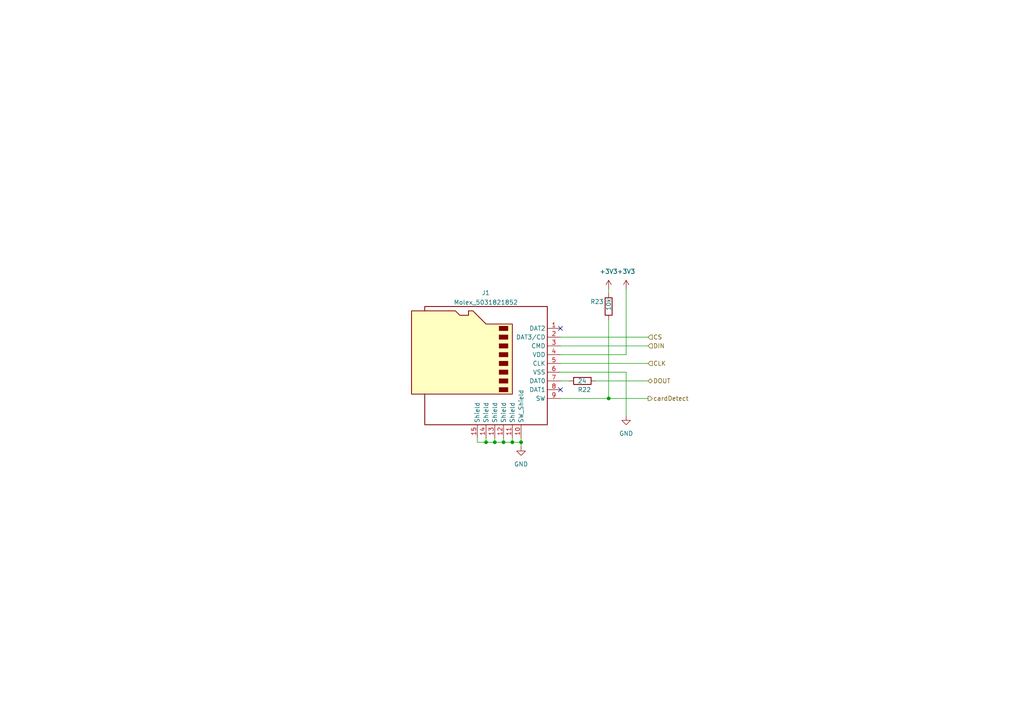
<source format=kicad_sch>
(kicad_sch (version 20230121) (generator eeschema)

  (uuid 24f63551-e66b-46c1-980d-14350df7ec96)

  (paper "A4")

  (lib_symbols
    (symbol "Device:R" (pin_numbers hide) (pin_names (offset 0)) (in_bom yes) (on_board yes)
      (property "Reference" "R" (at 2.032 0 90)
        (effects (font (size 1.27 1.27)))
      )
      (property "Value" "R" (at 0 0 90)
        (effects (font (size 1.27 1.27)))
      )
      (property "Footprint" "" (at -1.778 0 90)
        (effects (font (size 1.27 1.27)) hide)
      )
      (property "Datasheet" "~" (at 0 0 0)
        (effects (font (size 1.27 1.27)) hide)
      )
      (property "ki_keywords" "R res resistor" (at 0 0 0)
        (effects (font (size 1.27 1.27)) hide)
      )
      (property "ki_description" "Resistor" (at 0 0 0)
        (effects (font (size 1.27 1.27)) hide)
      )
      (property "ki_fp_filters" "R_*" (at 0 0 0)
        (effects (font (size 1.27 1.27)) hide)
      )
      (symbol "R_0_1"
        (rectangle (start -1.016 -2.54) (end 1.016 2.54)
          (stroke (width 0.254) (type default))
          (fill (type none))
        )
      )
      (symbol "R_1_1"
        (pin passive line (at 0 3.81 270) (length 1.27)
          (name "~" (effects (font (size 1.27 1.27))))
          (number "1" (effects (font (size 1.27 1.27))))
        )
        (pin passive line (at 0 -3.81 90) (length 1.27)
          (name "~" (effects (font (size 1.27 1.27))))
          (number "2" (effects (font (size 1.27 1.27))))
        )
      )
    )
    (symbol "ThermalMint:Molex_5031821852" (in_bom yes) (on_board yes)
      (property "Reference" "J" (at 38.1 -3.81 0)
        (effects (font (size 1.27 1.27)))
      )
      (property "Value" "Molex_5031821852" (at 34.29 -6.35 0)
        (effects (font (size 1.27 1.27)))
      )
      (property "Footprint" "" (at 0 0 0)
        (effects (font (size 1.27 1.27)) hide)
      )
      (property "Datasheet" "" (at 0 0 0)
        (effects (font (size 1.27 1.27)) hide)
      )
      (symbol "Molex_5031821852_0_1"
        (polyline
          (pts
            (xy 39.37 30.48)
            (xy 39.37 31.75)
            (xy 3.81 31.75)
            (xy 3.81 -2.54)
            (xy 39.37 -2.54)
            (xy 39.37 6.35)
          )
          (stroke (width 0.254) (type default))
          (fill (type none))
        )
        (polyline
          (pts
            (xy 13.97 6.35)
            (xy 13.97 26.67)
            (xy 21.59 26.67)
            (xy 25.4 30.48)
            (xy 26.67 30.48)
            (xy 26.67 29.21)
            (xy 29.21 29.21)
            (xy 30.48 30.48)
            (xy 43.18 30.48)
            (xy 43.18 6.35)
            (xy 13.97 6.35)
          )
          (stroke (width 0.254) (type default))
          (fill (type background))
        )
        (rectangle (start 15.24 8.255) (end 17.78 6.985)
          (stroke (width 0) (type default))
          (fill (type outline))
        )
        (rectangle (start 15.24 10.795) (end 17.78 9.525)
          (stroke (width 0) (type default))
          (fill (type outline))
        )
        (rectangle (start 15.24 13.335) (end 17.78 12.065)
          (stroke (width 0) (type default))
          (fill (type outline))
        )
        (rectangle (start 15.24 15.875) (end 17.78 14.605)
          (stroke (width 0) (type default))
          (fill (type outline))
        )
        (rectangle (start 15.24 18.415) (end 17.78 17.145)
          (stroke (width 0) (type default))
          (fill (type outline))
        )
        (rectangle (start 15.24 20.955) (end 17.78 19.685)
          (stroke (width 0) (type default))
          (fill (type outline))
        )
        (rectangle (start 15.24 23.495) (end 17.78 22.225)
          (stroke (width 0) (type default))
          (fill (type outline))
        )
        (rectangle (start 15.24 26.035) (end 17.78 24.765)
          (stroke (width 0) (type default))
          (fill (type outline))
        )
      )
      (symbol "Molex_5031821852_1_1"
        (pin bidirectional line (at 0 25.4 0) (length 3.81)
          (name "DAT2" (effects (font (size 1.27 1.27))))
          (number "1" (effects (font (size 1.27 1.27))))
        )
        (pin passive line (at 11.43 -6.35 90) (length 3.81)
          (name "SW_Shield" (effects (font (size 1.27 1.27))))
          (number "10" (effects (font (size 1.27 1.27))))
        )
        (pin passive line (at 13.97 -6.35 90) (length 3.81)
          (name "Shield" (effects (font (size 1.27 1.27))))
          (number "11" (effects (font (size 1.27 1.27))))
        )
        (pin passive line (at 16.51 -6.35 90) (length 3.81)
          (name "Shield" (effects (font (size 1.27 1.27))))
          (number "12" (effects (font (size 1.27 1.27))))
        )
        (pin passive line (at 19.05 -6.35 90) (length 3.81)
          (name "Shield" (effects (font (size 1.27 1.27))))
          (number "13" (effects (font (size 1.27 1.27))))
        )
        (pin passive line (at 21.59 -6.35 90) (length 3.81)
          (name "Shield" (effects (font (size 1.27 1.27))))
          (number "14" (effects (font (size 1.27 1.27))))
        )
        (pin passive line (at 24.13 -6.35 90) (length 3.81)
          (name "Shield" (effects (font (size 1.27 1.27))))
          (number "15" (effects (font (size 1.27 1.27))))
        )
        (pin bidirectional line (at 0 22.86 0) (length 3.81)
          (name "DAT3/CD" (effects (font (size 1.27 1.27))))
          (number "2" (effects (font (size 1.27 1.27))))
        )
        (pin input line (at 0 20.32 0) (length 3.81)
          (name "CMD" (effects (font (size 1.27 1.27))))
          (number "3" (effects (font (size 1.27 1.27))))
        )
        (pin power_in line (at 0 17.78 0) (length 3.81)
          (name "VDD" (effects (font (size 1.27 1.27))))
          (number "4" (effects (font (size 1.27 1.27))))
        )
        (pin input line (at 0 15.24 0) (length 3.81)
          (name "CLK" (effects (font (size 1.27 1.27))))
          (number "5" (effects (font (size 1.27 1.27))))
        )
        (pin power_in line (at 0 12.7 0) (length 3.81)
          (name "VSS" (effects (font (size 1.27 1.27))))
          (number "6" (effects (font (size 1.27 1.27))))
        )
        (pin bidirectional line (at 0 10.16 0) (length 3.81)
          (name "DAT0" (effects (font (size 1.27 1.27))))
          (number "7" (effects (font (size 1.27 1.27))))
        )
        (pin bidirectional line (at 0 7.62 0) (length 3.81)
          (name "DAT1" (effects (font (size 1.27 1.27))))
          (number "8" (effects (font (size 1.27 1.27))))
        )
        (pin open_collector line (at 0 5.08 0) (length 3.81)
          (name "SW" (effects (font (size 1.27 1.27))))
          (number "9" (effects (font (size 1.27 1.27))))
        )
      )
    )
    (symbol "power:+3V3" (power) (pin_names (offset 0)) (in_bom yes) (on_board yes)
      (property "Reference" "#PWR" (at 0 -3.81 0)
        (effects (font (size 1.27 1.27)) hide)
      )
      (property "Value" "+3V3" (at 0 3.556 0)
        (effects (font (size 1.27 1.27)))
      )
      (property "Footprint" "" (at 0 0 0)
        (effects (font (size 1.27 1.27)) hide)
      )
      (property "Datasheet" "" (at 0 0 0)
        (effects (font (size 1.27 1.27)) hide)
      )
      (property "ki_keywords" "power-flag" (at 0 0 0)
        (effects (font (size 1.27 1.27)) hide)
      )
      (property "ki_description" "Power symbol creates a global label with name \"+3V3\"" (at 0 0 0)
        (effects (font (size 1.27 1.27)) hide)
      )
      (symbol "+3V3_0_1"
        (polyline
          (pts
            (xy -0.762 1.27)
            (xy 0 2.54)
          )
          (stroke (width 0) (type default))
          (fill (type none))
        )
        (polyline
          (pts
            (xy 0 0)
            (xy 0 2.54)
          )
          (stroke (width 0) (type default))
          (fill (type none))
        )
        (polyline
          (pts
            (xy 0 2.54)
            (xy 0.762 1.27)
          )
          (stroke (width 0) (type default))
          (fill (type none))
        )
      )
      (symbol "+3V3_1_1"
        (pin power_in line (at 0 0 90) (length 0) hide
          (name "+3V3" (effects (font (size 1.27 1.27))))
          (number "1" (effects (font (size 1.27 1.27))))
        )
      )
    )
    (symbol "power:GND" (power) (pin_names (offset 0)) (in_bom yes) (on_board yes)
      (property "Reference" "#PWR" (at 0 -6.35 0)
        (effects (font (size 1.27 1.27)) hide)
      )
      (property "Value" "GND" (at 0 -3.81 0)
        (effects (font (size 1.27 1.27)))
      )
      (property "Footprint" "" (at 0 0 0)
        (effects (font (size 1.27 1.27)) hide)
      )
      (property "Datasheet" "" (at 0 0 0)
        (effects (font (size 1.27 1.27)) hide)
      )
      (property "ki_keywords" "power-flag" (at 0 0 0)
        (effects (font (size 1.27 1.27)) hide)
      )
      (property "ki_description" "Power symbol creates a global label with name \"GND\" , ground" (at 0 0 0)
        (effects (font (size 1.27 1.27)) hide)
      )
      (symbol "GND_0_1"
        (polyline
          (pts
            (xy 0 0)
            (xy 0 -1.27)
            (xy 1.27 -1.27)
            (xy 0 -2.54)
            (xy -1.27 -1.27)
            (xy 0 -1.27)
          )
          (stroke (width 0) (type default))
          (fill (type none))
        )
      )
      (symbol "GND_1_1"
        (pin power_in line (at 0 0 270) (length 0) hide
          (name "GND" (effects (font (size 1.27 1.27))))
          (number "1" (effects (font (size 1.27 1.27))))
        )
      )
    )
  )

  (junction (at 140.97 128.27) (diameter 0) (color 0 0 0 0)
    (uuid 022502e0-e724-4b75-bc35-3c5984dbeb76)
  )
  (junction (at 176.53 115.57) (diameter 0) (color 0 0 0 0)
    (uuid 49fec31e-3712-4229-8142-b191d90a97d0)
  )
  (junction (at 148.59 128.27) (diameter 0) (color 0 0 0 0)
    (uuid 66ca01b3-51ff-4294-9b77-4492e98f6aec)
  )
  (junction (at 143.51 128.27) (diameter 0) (color 0 0 0 0)
    (uuid 9f969b13-1795-4747-8326-93bdc304ed56)
  )
  (junction (at 151.13 128.27) (diameter 0) (color 0 0 0 0)
    (uuid b9d4de74-d246-495d-8b63-12ab2133d6d6)
  )
  (junction (at 146.05 128.27) (diameter 0) (color 0 0 0 0)
    (uuid d655bb0a-cbf9-4908-ad60-7024ff468fbd)
  )

  (no_connect (at 162.56 95.25) (uuid cabeb2a9-2bd1-4eb1-a86f-b499fad67e09))
  (no_connect (at 162.56 113.03) (uuid cabeb2a9-2bd1-4eb1-a86f-b499fad67e0a))

  (wire (pts (xy 151.13 127) (xy 151.13 128.27))
    (stroke (width 0) (type solid))
    (uuid 178102ec-4576-41d7-96ab-271a8ef38478)
  )
  (wire (pts (xy 151.13 128.27) (xy 151.13 129.54))
    (stroke (width 0) (type solid))
    (uuid 178102ec-4576-41d7-96ab-271a8ef38479)
  )
  (wire (pts (xy 176.53 83.82) (xy 176.53 85.09))
    (stroke (width 0) (type default))
    (uuid 26dfcbb4-3956-492e-a52d-a5afed391577)
  )
  (wire (pts (xy 162.56 115.57) (xy 176.53 115.57))
    (stroke (width 0) (type default))
    (uuid 2c0f57f7-121a-4c88-98b0-9368e14dabf8)
  )
  (wire (pts (xy 176.53 115.57) (xy 187.96 115.57))
    (stroke (width 0) (type default))
    (uuid 2c0f57f7-121a-4c88-98b0-9368e14dabf9)
  )
  (wire (pts (xy 162.56 105.41) (xy 187.96 105.41))
    (stroke (width 0) (type solid))
    (uuid 4bc59947-5278-4441-83f4-b94593cae147)
  )
  (wire (pts (xy 146.05 127) (xy 146.05 128.27))
    (stroke (width 0) (type solid))
    (uuid 70899172-b7b6-49b0-b459-0bd90e2902eb)
  )
  (wire (pts (xy 176.53 92.71) (xy 176.53 115.57))
    (stroke (width 0) (type default))
    (uuid 9a095baa-cae1-4764-9890-70b6dc2d9ce0)
  )
  (wire (pts (xy 146.05 128.27) (xy 143.51 128.27))
    (stroke (width 0) (type solid))
    (uuid a333ac93-fdd5-483e-823d-44590dc4842a)
  )
  (wire (pts (xy 143.51 128.27) (xy 140.97 128.27))
    (stroke (width 0) (type solid))
    (uuid a333ac93-fdd5-483e-823d-44590dc4842b)
  )
  (wire (pts (xy 151.13 128.27) (xy 148.59 128.27))
    (stroke (width 0) (type solid))
    (uuid a333ac93-fdd5-483e-823d-44590dc4842c)
  )
  (wire (pts (xy 148.59 128.27) (xy 146.05 128.27))
    (stroke (width 0) (type solid))
    (uuid a333ac93-fdd5-483e-823d-44590dc4842d)
  )
  (wire (pts (xy 138.43 128.27) (xy 138.43 127))
    (stroke (width 0) (type solid))
    (uuid a333ac93-fdd5-483e-823d-44590dc4842e)
  )
  (wire (pts (xy 140.97 128.27) (xy 138.43 128.27))
    (stroke (width 0) (type solid))
    (uuid a333ac93-fdd5-483e-823d-44590dc4842f)
  )
  (wire (pts (xy 162.56 100.33) (xy 187.96 100.33))
    (stroke (width 0) (type solid))
    (uuid ae697ed6-98b3-4b07-9089-077888f0b326)
  )
  (wire (pts (xy 181.61 107.95) (xy 181.61 120.65))
    (stroke (width 0) (type solid))
    (uuid bbc0d681-c194-48a8-b0f5-e106ece17c50)
  )
  (wire (pts (xy 162.56 107.95) (xy 181.61 107.95))
    (stroke (width 0) (type solid))
    (uuid bbc0d681-c194-48a8-b0f5-e106ece17c51)
  )
  (wire (pts (xy 140.97 127) (xy 140.97 128.27))
    (stroke (width 0) (type solid))
    (uuid d21e5838-3ac1-49f7-a681-fa7071a7ea49)
  )
  (wire (pts (xy 162.56 97.79) (xy 187.96 97.79))
    (stroke (width 0) (type solid))
    (uuid d3a181ad-4243-404b-8dc7-4a5a3203528a)
  )
  (wire (pts (xy 143.51 127) (xy 143.51 128.27))
    (stroke (width 0) (type solid))
    (uuid d6af2ca5-f0a4-4f03-a031-2ea2d64faca9)
  )
  (wire (pts (xy 162.56 110.49) (xy 165.1 110.49))
    (stroke (width 0) (type solid))
    (uuid d8610b93-2c95-4f86-a437-4ca1d77c991c)
  )
  (wire (pts (xy 172.72 110.49) (xy 187.96 110.49))
    (stroke (width 0) (type solid))
    (uuid d8610b93-2c95-4f86-a437-4ca1d77c991d)
  )
  (wire (pts (xy 181.61 102.87) (xy 181.61 83.82))
    (stroke (width 0) (type solid))
    (uuid d8c2a75f-87f5-4bfb-879a-3894b1ac8869)
  )
  (wire (pts (xy 162.56 102.87) (xy 181.61 102.87))
    (stroke (width 0) (type solid))
    (uuid d8c2a75f-87f5-4bfb-879a-3894b1ac886a)
  )
  (wire (pts (xy 148.59 127) (xy 148.59 128.27))
    (stroke (width 0) (type solid))
    (uuid f142ac5f-6914-48b8-9536-b53d356e170a)
  )

  (hierarchical_label "CLK" (shape input) (at 187.96 105.41 0) (fields_autoplaced)
    (effects (font (size 1.27 1.27)) (justify left))
    (uuid 1f0af9cc-1b4e-4b78-96c0-d120fe7b2f73)
  )
  (hierarchical_label "cardDetect" (shape output) (at 187.96 115.57 0) (fields_autoplaced)
    (effects (font (size 1.27 1.27)) (justify left))
    (uuid 60a5ba8d-3e06-42aa-9c6b-d32921d5bf95)
  )
  (hierarchical_label "CS" (shape input) (at 187.96 97.79 0) (fields_autoplaced)
    (effects (font (size 1.27 1.27)) (justify left))
    (uuid 6fe98338-5a27-43ce-a3f6-ab0db55a3c99)
  )
  (hierarchical_label "DIN" (shape input) (at 187.96 100.33 0) (fields_autoplaced)
    (effects (font (size 1.27 1.27)) (justify left))
    (uuid 748bc6eb-d16a-447c-8405-9f30b8fedb3b)
  )
  (hierarchical_label "DOUT" (shape tri_state) (at 187.96 110.49 0) (fields_autoplaced)
    (effects (font (size 1.27 1.27)) (justify left))
    (uuid e13105f0-6b0f-48f9-9b24-a14bd11f1cde)
  )

  (symbol (lib_id "Device:R") (at 176.53 88.9 0) (unit 1)
    (in_bom yes) (on_board yes) (dnp no)
    (uuid 0f022fca-f0c8-4326-98bd-b2643c2434c3)
    (property "Reference" "R23" (at 171.196 87.503 0)
      (effects (font (size 1.27 1.27)) (justify left))
    )
    (property "Value" "10k" (at 176.53 90.1699 90)
      (effects (font (size 1.27 1.27)) (justify left))
    )
    (property "Footprint" "Resistor_SMD:R_0603_1608Metric_Pad0.98x0.95mm_HandSolder" (at 174.752 88.9 90)
      (effects (font (size 1.27 1.27)) hide)
    )
    (property "Datasheet" "~" (at 176.53 88.9 0)
      (effects (font (size 1.27 1.27)) hide)
    )
    (pin "1" (uuid bbfc182f-b914-4a00-aa81-d9ce91d03579))
    (pin "2" (uuid ef3f66cf-f3fe-4c0e-9f78-1ff1382b5300))
    (instances
      (project "Thermal-Mint-HW"
        (path "/7dad3818-f54b-4af4-a4f7-79b6852b1ec8/83b0ef99-b7dd-4e99-962a-68a30f40fb59"
          (reference "R23") (unit 1)
        )
      )
    )
  )

  (symbol (lib_id "power:+3V3") (at 181.61 83.82 0) (unit 1)
    (in_bom yes) (on_board yes) (dnp no) (fields_autoplaced)
    (uuid 0f9416dd-1cae-4142-8a5f-f0697705f1ce)
    (property "Reference" "#PWR024" (at 181.61 87.63 0)
      (effects (font (size 1.27 1.27)) hide)
    )
    (property "Value" "+3V3" (at 181.61 78.74 0)
      (effects (font (size 1.27 1.27)))
    )
    (property "Footprint" "" (at 181.61 83.82 0)
      (effects (font (size 1.27 1.27)) hide)
    )
    (property "Datasheet" "" (at 181.61 83.82 0)
      (effects (font (size 1.27 1.27)) hide)
    )
    (pin "1" (uuid b9cce7b3-e9a6-498e-9454-39c23be09fdc))
    (instances
      (project "Thermal-Mint-HW"
        (path "/7dad3818-f54b-4af4-a4f7-79b6852b1ec8/83b0ef99-b7dd-4e99-962a-68a30f40fb59"
          (reference "#PWR024") (unit 1)
        )
      )
    )
  )

  (symbol (lib_id "power:GND") (at 181.61 120.65 0) (unit 1)
    (in_bom yes) (on_board yes) (dnp no) (fields_autoplaced)
    (uuid 3a3106b8-9133-45b9-bf8b-949465b889b1)
    (property "Reference" "#PWR025" (at 181.61 127 0)
      (effects (font (size 1.27 1.27)) hide)
    )
    (property "Value" "GND" (at 181.61 125.73 0)
      (effects (font (size 1.27 1.27)))
    )
    (property "Footprint" "" (at 181.61 120.65 0)
      (effects (font (size 1.27 1.27)) hide)
    )
    (property "Datasheet" "" (at 181.61 120.65 0)
      (effects (font (size 1.27 1.27)) hide)
    )
    (pin "1" (uuid 4c179a2f-cc7f-4f52-ac79-aecf23006ae7))
    (instances
      (project "Thermal-Mint-HW"
        (path "/7dad3818-f54b-4af4-a4f7-79b6852b1ec8/83b0ef99-b7dd-4e99-962a-68a30f40fb59"
          (reference "#PWR025") (unit 1)
        )
      )
    )
  )

  (symbol (lib_id "power:+3V3") (at 176.53 83.82 0) (unit 1)
    (in_bom yes) (on_board yes) (dnp no) (fields_autoplaced)
    (uuid 5e471751-431c-48c0-8b23-7071462d8e29)
    (property "Reference" "#PWR026" (at 176.53 87.63 0)
      (effects (font (size 1.27 1.27)) hide)
    )
    (property "Value" "+3V3" (at 176.53 78.74 0)
      (effects (font (size 1.27 1.27)))
    )
    (property "Footprint" "" (at 176.53 83.82 0)
      (effects (font (size 1.27 1.27)) hide)
    )
    (property "Datasheet" "" (at 176.53 83.82 0)
      (effects (font (size 1.27 1.27)) hide)
    )
    (pin "1" (uuid d3b03c53-bb41-42e5-84b3-88dc25b356b1))
    (instances
      (project "Thermal-Mint-HW"
        (path "/7dad3818-f54b-4af4-a4f7-79b6852b1ec8/83b0ef99-b7dd-4e99-962a-68a30f40fb59"
          (reference "#PWR026") (unit 1)
        )
      )
    )
  )

  (symbol (lib_id "Device:R") (at 168.91 110.49 90) (unit 1)
    (in_bom yes) (on_board yes) (dnp no)
    (uuid 63803a26-8f71-43f0-af82-fbafa11723d6)
    (property "Reference" "R22" (at 171.4499 113.03 90)
      (effects (font (size 1.27 1.27)) (justify left))
    )
    (property "Value" "24" (at 170.1799 110.49 90)
      (effects (font (size 1.27 1.27)) (justify left))
    )
    (property "Footprint" "Resistor_SMD:R_0603_1608Metric_Pad0.98x0.95mm_HandSolder" (at 168.91 112.268 90)
      (effects (font (size 1.27 1.27)) hide)
    )
    (property "Datasheet" "~" (at 168.91 110.49 0)
      (effects (font (size 1.27 1.27)) hide)
    )
    (pin "1" (uuid ab1a39f3-a3bc-4b07-8634-9a43f9eaff23))
    (pin "2" (uuid d10920e5-d962-4983-973b-e599037bedf8))
    (instances
      (project "Thermal-Mint-HW"
        (path "/7dad3818-f54b-4af4-a4f7-79b6852b1ec8/83b0ef99-b7dd-4e99-962a-68a30f40fb59"
          (reference "R22") (unit 1)
        )
      )
    )
  )

  (symbol (lib_id "ThermalMint:Molex_5031821852") (at 162.56 120.65 0) (mirror y) (unit 1)
    (in_bom yes) (on_board yes) (dnp no) (fields_autoplaced)
    (uuid d44ccb4f-5d06-411e-abb4-2c6cc4e1afe6)
    (property "Reference" "J1" (at 140.9065 84.9334 0)
      (effects (font (size 1.27 1.27)))
    )
    (property "Value" "Molex_5031821852" (at 140.9065 87.7085 0)
      (effects (font (size 1.27 1.27)))
    )
    (property "Footprint" "ThermalMint:Molex_SDCard_5031821852" (at 162.56 120.65 0)
      (effects (font (size 1.27 1.27)) hide)
    )
    (property "Datasheet" "" (at 162.56 120.65 0)
      (effects (font (size 1.27 1.27)) hide)
    )
    (pin "1" (uuid ae64740a-b1a7-469f-a642-a59a85301b35))
    (pin "10" (uuid 84ad539f-1906-4a9d-bd74-70e038b429b9))
    (pin "11" (uuid f46acdf9-d42b-40e4-874b-d11d6502c8f9))
    (pin "12" (uuid f3b5a10e-5dcf-45b2-b7c3-6e970ba6c251))
    (pin "13" (uuid 341cf6ff-6d59-4336-a5f5-1026316fa2d7))
    (pin "14" (uuid a8b99406-f342-4c26-a9af-4f58268c37b9))
    (pin "15" (uuid 225c1919-e591-41c0-8028-008bad4ce85d))
    (pin "2" (uuid d1d30864-e94c-4f14-8429-77f4891cd5d6))
    (pin "3" (uuid 34e1a89a-978f-4f24-a29f-065cd36864ee))
    (pin "4" (uuid 61a15911-ed42-41db-bb0f-5d5a743f641e))
    (pin "5" (uuid b792cdd1-ef98-4d80-8368-83aa07e1aa95))
    (pin "6" (uuid f6041c60-793b-489f-a771-b88036a311c5))
    (pin "7" (uuid daa97b10-911c-4cf9-a9a2-a4e8f5c5926a))
    (pin "8" (uuid 6e4be740-db8f-4aac-982f-9716f41a4015))
    (pin "9" (uuid 4111cb67-6fc2-4f91-91dc-5277fa217984))
    (instances
      (project "Thermal-Mint-HW"
        (path "/7dad3818-f54b-4af4-a4f7-79b6852b1ec8/83b0ef99-b7dd-4e99-962a-68a30f40fb59"
          (reference "J1") (unit 1)
        )
      )
    )
  )

  (symbol (lib_id "power:GND") (at 151.13 129.54 0) (unit 1)
    (in_bom yes) (on_board yes) (dnp no) (fields_autoplaced)
    (uuid d983866c-7fab-443e-813e-bcc3d6aa00ae)
    (property "Reference" "#PWR023" (at 151.13 135.89 0)
      (effects (font (size 1.27 1.27)) hide)
    )
    (property "Value" "GND" (at 151.13 134.62 0)
      (effects (font (size 1.27 1.27)))
    )
    (property "Footprint" "" (at 151.13 129.54 0)
      (effects (font (size 1.27 1.27)) hide)
    )
    (property "Datasheet" "" (at 151.13 129.54 0)
      (effects (font (size 1.27 1.27)) hide)
    )
    (pin "1" (uuid ea8c48ca-3dd0-4406-accf-2a4a6a327831))
    (instances
      (project "Thermal-Mint-HW"
        (path "/7dad3818-f54b-4af4-a4f7-79b6852b1ec8/83b0ef99-b7dd-4e99-962a-68a30f40fb59"
          (reference "#PWR023") (unit 1)
        )
      )
    )
  )
)

</source>
